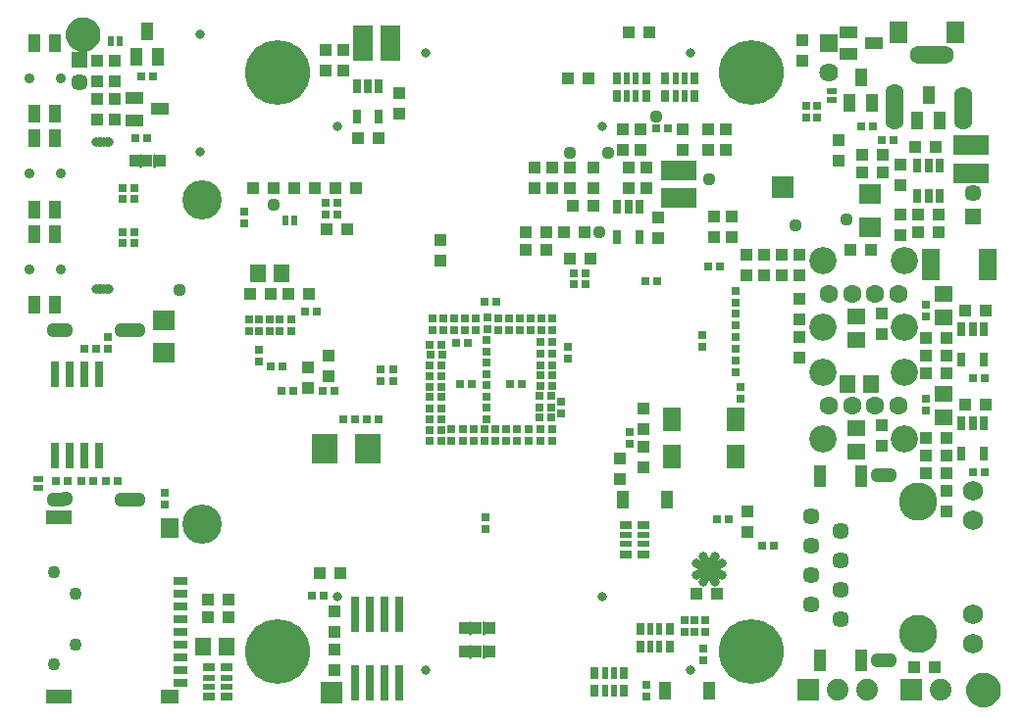
<source format=gbr>
G75*
G70*
%OFA0B0*%
%FSLAX24Y24*%
%IPPOS*%
%LPD*%
%AMOC8*
5,1,8,0,0,1.08239X$1,22.5*
%
%ADD10C,0.0631*%
%ADD11R,0.0740X0.0740*%
%ADD12R,0.0280X0.0270*%
%ADD13R,0.0270X0.0280*%
%ADD14R,0.0540X0.0640*%
%ADD15R,0.0440X0.0440*%
%ADD16R,0.0571X0.0571*%
%ADD17C,0.0571*%
%ADD18R,0.0440X0.0200*%
%ADD19R,0.0440X0.0300*%
%ADD20R,0.0257X0.0512*%
%ADD21R,0.0340X0.0240*%
%ADD22R,0.0670X0.1221*%
%ADD23R,0.0640X0.0640*%
%ADD24C,0.0640*%
%ADD25R,0.0434X0.0591*%
%ADD26C,0.0434*%
%ADD27R,0.0640X0.0540*%
%ADD28R,0.0749X0.0749*%
%ADD29R,0.1221X0.0670*%
%ADD30R,0.0740X0.0690*%
%ADD31R,0.0611X0.0749*%
%ADD32R,0.0611X0.1064*%
%ADD33C,0.1300*%
%ADD34C,0.0690*%
%ADD35C,0.0512*%
%ADD36R,0.0280X0.1190*%
%ADD37R,0.0749X0.0670*%
%ADD38R,0.0200X0.0440*%
%ADD39R,0.0300X0.0440*%
%ADD40C,0.0317*%
%ADD41C,0.0440*%
%ADD42R,0.0867X0.0985*%
%ADD43C,0.0355*%
%ADD44R,0.0440X0.0620*%
%ADD45C,0.0500*%
%ADD46R,0.0240X0.0340*%
%ADD47R,0.0591X0.0434*%
%ADD48R,0.0591X0.0512*%
%ADD49R,0.0591X0.0670*%
%ADD50R,0.0906X0.0512*%
%ADD51R,0.0472X0.0315*%
%ADD52C,0.0740*%
%ADD53R,0.0340X0.0440*%
%ADD54C,0.0100*%
%ADD55R,0.0591X0.0827*%
%ADD56C,0.0926*%
%ADD57C,0.0316*%
%ADD58R,0.0440X0.0740*%
%ADD59C,0.0808*%
%ADD60C,0.1339*%
%ADD61C,0.2205*%
%ADD62C,0.0396*%
%ADD63R,0.0276X0.0906*%
D10*
X033372Y019840D03*
X034160Y019840D03*
X034947Y019840D03*
X035735Y019840D03*
X035735Y023640D03*
X034947Y023640D03*
X034160Y023640D03*
X033372Y023640D03*
X035581Y029539D03*
X035581Y029657D03*
X035581Y029775D03*
X035581Y029893D03*
X035581Y030012D03*
X035581Y030130D03*
X035581Y030248D03*
X035581Y030366D03*
X035581Y030484D03*
X036428Y031764D03*
X036507Y031764D03*
X036625Y031764D03*
X036743Y031764D03*
X036861Y031764D03*
X036979Y031764D03*
X037097Y031764D03*
X037215Y031764D03*
X037294Y031764D03*
X037944Y030366D03*
X037944Y030248D03*
X037944Y030130D03*
X037944Y030012D03*
X037944Y029893D03*
X037944Y029775D03*
X037944Y029657D03*
X037944Y029539D03*
D11*
X036154Y010182D03*
X032654Y010182D03*
X016454Y010082D03*
D12*
X016204Y013382D03*
X015804Y013382D03*
X019784Y018632D03*
X019784Y019012D03*
X019784Y019372D03*
X019784Y019752D03*
X019784Y020132D03*
X019784Y020482D03*
X019784Y020832D03*
X019784Y021212D03*
X019844Y021562D03*
X019784Y021912D03*
X020184Y021912D03*
X020244Y021562D03*
X020184Y021212D03*
X020184Y020832D03*
X020184Y020482D03*
X020184Y020132D03*
X020184Y019752D03*
X020184Y019372D03*
X020184Y019012D03*
X020184Y018632D03*
X020834Y020582D03*
X021234Y020582D03*
X022514Y020582D03*
X022914Y020582D03*
X023564Y020522D03*
X023564Y020872D03*
X023564Y021222D03*
X023564Y021612D03*
X023564Y022012D03*
X023964Y022012D03*
X023964Y021612D03*
X023964Y021222D03*
X023964Y020872D03*
X023964Y020522D03*
X023924Y020172D03*
X023924Y019792D03*
X023924Y019442D03*
X023964Y019052D03*
X023564Y019052D03*
X023524Y019442D03*
X023524Y019792D03*
X023524Y020172D03*
X023564Y018632D03*
X023964Y018632D03*
X021104Y021982D03*
X020704Y021982D03*
X021674Y023392D03*
X022074Y023392D03*
X024704Y023982D03*
X024704Y024332D03*
X025104Y024332D03*
X025104Y023982D03*
X027129Y024082D03*
X027529Y024082D03*
X029279Y024582D03*
X029679Y024582D03*
X027904Y029282D03*
X027504Y029282D03*
X034454Y029332D03*
X034854Y029332D03*
X035154Y028882D03*
X035554Y028882D03*
X038254Y020782D03*
X038654Y020782D03*
X038654Y017582D03*
X038254Y017582D03*
X031504Y015082D03*
X031104Y015082D03*
X029954Y015982D03*
X029554Y015982D03*
X018054Y019382D03*
X017654Y019382D03*
X017254Y019382D03*
X016854Y019382D03*
X016554Y020332D03*
X016154Y020332D03*
X015174Y020332D03*
X014774Y020332D03*
X014804Y021182D03*
X014404Y021182D03*
X015554Y023032D03*
X015954Y023032D03*
X016254Y026332D03*
X016254Y026732D03*
X016654Y026732D03*
X016654Y026332D03*
X010204Y028932D03*
X009804Y028932D03*
X009754Y027232D03*
X009754Y026882D03*
X009354Y026882D03*
X009354Y027232D03*
X009354Y025732D03*
X009354Y025382D03*
X009754Y025382D03*
X009754Y025732D03*
X008454Y021782D03*
X008054Y021782D03*
X007954Y017282D03*
X008354Y017282D03*
X008804Y017282D03*
X009204Y017282D03*
X007504Y017282D03*
X007104Y017282D03*
X010004Y031032D03*
X010404Y031032D03*
D13*
X013504Y026432D03*
X013504Y026032D03*
X013654Y022782D03*
X014004Y022782D03*
X014354Y022782D03*
X014704Y022782D03*
X015104Y022782D03*
X015104Y022382D03*
X014704Y022382D03*
X014354Y022382D03*
X014004Y022382D03*
X013654Y022382D03*
X014004Y021732D03*
X014004Y021332D03*
X018131Y021078D03*
X018131Y020678D03*
X018564Y020678D03*
X018564Y021078D03*
X019894Y022412D03*
X020264Y022412D03*
X020634Y022412D03*
X021004Y022412D03*
X021374Y022412D03*
X021754Y022432D03*
X021724Y022072D03*
X021724Y021672D03*
X021724Y021312D03*
X021724Y020912D03*
X021724Y020552D03*
X021724Y020152D03*
X021724Y019792D03*
X021724Y019392D03*
X021659Y019032D03*
X021304Y019032D03*
X020924Y019032D03*
X020544Y019032D03*
X020544Y018632D03*
X020924Y018632D03*
X021304Y018632D03*
X021659Y018632D03*
X022014Y018632D03*
X022394Y018632D03*
X022774Y018632D03*
X023154Y018632D03*
X023154Y019032D03*
X022774Y019032D03*
X022394Y019032D03*
X022014Y019032D03*
X024279Y019582D03*
X024279Y019982D03*
X024504Y021457D03*
X024504Y021857D03*
X023974Y022412D03*
X023604Y022412D03*
X023234Y022412D03*
X022864Y022412D03*
X022494Y022412D03*
X022124Y022412D03*
X022124Y022812D03*
X021754Y022832D03*
X021374Y022812D03*
X021004Y022812D03*
X020634Y022812D03*
X020264Y022812D03*
X019894Y022812D03*
X022494Y022812D03*
X022864Y022812D03*
X023234Y022812D03*
X023604Y022812D03*
X023974Y022812D03*
X026604Y018932D03*
X026604Y018532D03*
X030354Y020082D03*
X030354Y020482D03*
X030204Y020982D03*
X030204Y021382D03*
X030204Y021782D03*
X030204Y022182D03*
X030204Y022582D03*
X030204Y022982D03*
X030204Y023357D03*
X030204Y023757D03*
X029054Y022232D03*
X029054Y021832D03*
X036654Y022882D03*
X036654Y023282D03*
X036654Y020082D03*
X036654Y019682D03*
X029154Y012532D03*
X028804Y012532D03*
X028454Y012532D03*
X028454Y012132D03*
X028804Y012132D03*
X029154Y012132D03*
X029104Y011582D03*
X029104Y011182D03*
X027154Y010332D03*
X027154Y009932D03*
X021704Y015632D03*
X021704Y016032D03*
X010804Y016482D03*
X010804Y016882D03*
X008854Y021782D03*
X008854Y022182D03*
X032604Y029632D03*
X032954Y029632D03*
X032954Y030032D03*
X032604Y030032D03*
D14*
X034004Y020582D03*
X034804Y020582D03*
X014754Y024332D03*
X013954Y024332D03*
X012904Y011632D03*
X012104Y011632D03*
D15*
X012254Y012632D03*
X012254Y013232D03*
X012954Y013232D03*
X012954Y012632D03*
X016054Y014132D03*
X016754Y014132D03*
X016554Y012832D03*
X016554Y012132D03*
X016554Y011532D03*
X016554Y010832D03*
X026254Y017357D03*
X026254Y018057D03*
X027079Y017732D03*
X027079Y018432D03*
X027079Y019032D03*
X027079Y019732D03*
X030604Y016232D03*
X030604Y015532D03*
X029554Y013432D03*
X028854Y013432D03*
X035154Y018482D03*
X035154Y019182D03*
X036654Y018732D03*
X036654Y018132D03*
X036654Y017532D03*
X037354Y017532D03*
X037354Y016932D03*
X037354Y016232D03*
X037354Y018132D03*
X037354Y018732D03*
X038004Y019882D03*
X038704Y019882D03*
X037354Y020932D03*
X037354Y021532D03*
X037354Y022132D03*
X036654Y022132D03*
X036654Y021532D03*
X036654Y020932D03*
X035154Y022282D03*
X035154Y022982D03*
X034804Y025132D03*
X034104Y025132D03*
X035804Y025632D03*
X036404Y025732D03*
X037104Y025732D03*
X037104Y026332D03*
X036404Y026332D03*
X035804Y026332D03*
X035804Y027332D03*
X035804Y028032D03*
X035204Y027782D03*
X035204Y028382D03*
X034504Y028382D03*
X034504Y027782D03*
X033704Y028182D03*
X033704Y028882D03*
X036304Y028632D03*
X037004Y028632D03*
X032454Y031582D03*
X032454Y032282D03*
X029854Y029232D03*
X029254Y029232D03*
X029254Y028532D03*
X029854Y028532D03*
X028404Y028532D03*
X028404Y029232D03*
X026954Y029232D03*
X026354Y029232D03*
X026354Y028532D03*
X026954Y028532D03*
X027154Y027932D03*
X026554Y027932D03*
X026554Y027232D03*
X027154Y027232D03*
X027554Y026232D03*
X027554Y025532D03*
X029454Y025582D03*
X030054Y025582D03*
X030554Y024982D03*
X031154Y024982D03*
X031754Y024982D03*
X032354Y024982D03*
X032354Y024282D03*
X031754Y024282D03*
X031154Y024282D03*
X030554Y024282D03*
X032354Y023482D03*
X032354Y022782D03*
X032354Y022182D03*
X032354Y021482D03*
X030054Y026282D03*
X029454Y026282D03*
X025354Y026632D03*
X025354Y027232D03*
X024554Y027232D03*
X024654Y026632D03*
X023954Y027232D03*
X023354Y027232D03*
X023354Y027932D03*
X023954Y027932D03*
X024554Y027932D03*
X025354Y027932D03*
X025054Y025732D03*
X024354Y025732D03*
X023754Y025732D03*
X023754Y025132D03*
X023054Y025132D03*
X023054Y025732D03*
X024554Y024832D03*
X025254Y024832D03*
X020154Y024782D03*
X020154Y025482D03*
X017304Y027232D03*
X016604Y027232D03*
X015904Y027232D03*
X015204Y027232D03*
X014504Y027232D03*
X013804Y027232D03*
X016304Y025832D03*
X017004Y025832D03*
X015704Y023632D03*
X015004Y023632D03*
X014404Y023632D03*
X013704Y023632D03*
X015654Y021132D03*
X015654Y020432D03*
X016354Y020832D03*
X016354Y021532D03*
X017354Y028932D03*
X018054Y028932D03*
X018754Y029782D03*
X018754Y030482D03*
X016854Y031232D03*
X016254Y031232D03*
X016254Y031932D03*
X016854Y031932D03*
X024504Y030982D03*
X025204Y030982D03*
X026554Y032532D03*
X027254Y032532D03*
X038004Y023082D03*
X038704Y023082D03*
X036954Y010932D03*
X036254Y010932D03*
X009104Y029582D03*
X008504Y029582D03*
X008504Y030282D03*
X008504Y030882D03*
X009104Y030882D03*
X009104Y030282D03*
X009104Y031582D03*
X008504Y031582D03*
D16*
X007904Y031625D03*
X038254Y026288D03*
D17*
X038254Y027075D03*
X032767Y016078D03*
X032767Y015078D03*
X033767Y015578D03*
X033767Y014578D03*
X032767Y014078D03*
X032767Y013078D03*
X033767Y013578D03*
X033767Y012578D03*
X007904Y030838D03*
D18*
X026454Y015432D03*
X026454Y015132D03*
X027054Y015132D03*
X027054Y015432D03*
X012904Y010582D03*
X012904Y010282D03*
X012304Y010282D03*
X012304Y010582D03*
D19*
X012304Y010932D03*
X012904Y010932D03*
X012904Y009932D03*
X012304Y009932D03*
X026454Y014782D03*
X027054Y014782D03*
X027054Y015782D03*
X026454Y015782D03*
D20*
X026180Y025570D03*
X026928Y025570D03*
X026928Y026594D03*
X026554Y026594D03*
X026180Y026594D03*
X018078Y029670D03*
X017330Y029670D03*
X017330Y030694D03*
X017704Y030694D03*
X018078Y030694D03*
X036380Y027994D03*
X036754Y027994D03*
X037128Y027994D03*
X037128Y026970D03*
X036754Y026970D03*
X036380Y026970D03*
X037880Y022444D03*
X038254Y022444D03*
X038628Y022444D03*
X038628Y021420D03*
X037880Y021420D03*
X037880Y019244D03*
X038254Y019244D03*
X038628Y019244D03*
X038628Y018220D03*
X037880Y018220D03*
D21*
X033454Y030232D03*
X033454Y030532D03*
X006504Y017332D03*
X006504Y017032D03*
D22*
X017532Y032182D03*
X018477Y032182D03*
D23*
X033354Y032182D03*
D24*
X033354Y031182D03*
D25*
X034454Y031015D03*
X034080Y030149D03*
X034828Y030149D03*
X036380Y029549D03*
X037128Y029549D03*
X036754Y030415D03*
X027852Y016632D03*
X026356Y016632D03*
X027806Y010132D03*
X029302Y010132D03*
X010578Y031699D03*
X009830Y031699D03*
X010204Y032565D03*
D26*
X008004Y032482D03*
X007025Y014181D03*
X007754Y013451D03*
X007754Y011719D03*
X007025Y011032D03*
X038604Y010182D03*
D27*
X034304Y018282D03*
X034304Y019082D03*
X037254Y019432D03*
X037254Y020232D03*
X037254Y022832D03*
X037254Y023632D03*
X034304Y022882D03*
X034304Y022082D03*
D28*
X031804Y027282D03*
D29*
X028254Y026909D03*
X028254Y027854D03*
X038204Y027759D03*
X038204Y028704D03*
D30*
X034754Y027057D03*
X034754Y025907D03*
D31*
X035742Y032532D03*
X037667Y032532D03*
D32*
X036842Y024632D03*
X038767Y024632D03*
D33*
X036404Y016582D03*
X036404Y012082D03*
D34*
X038274Y011729D03*
X038274Y012729D03*
X038274Y015934D03*
X038274Y016934D03*
D35*
X035420Y017481D03*
X035341Y017481D03*
X035263Y017481D03*
X035184Y017481D03*
X035105Y017481D03*
X035026Y017481D03*
X035026Y011182D03*
X035105Y011182D03*
X035184Y011182D03*
X035263Y011182D03*
X035341Y011182D03*
X035420Y011182D03*
X009891Y016658D03*
X009773Y016658D03*
X009714Y016658D03*
X009556Y016658D03*
X009438Y016658D03*
X009340Y016658D03*
X007430Y016667D03*
X007312Y016658D03*
X007155Y016658D03*
X007037Y016658D03*
X007037Y022406D03*
X007155Y022406D03*
X007312Y022406D03*
X007430Y022406D03*
X009340Y022406D03*
X009438Y022406D03*
X009556Y022406D03*
X009714Y022406D03*
X009773Y022406D03*
X009891Y022406D03*
D36*
X017254Y012755D03*
X017754Y012755D03*
X018254Y012755D03*
X018754Y012755D03*
X018754Y010408D03*
X018254Y010408D03*
X017754Y010408D03*
X017254Y010408D03*
D37*
X010754Y021630D03*
X010754Y022733D03*
D38*
X025754Y010732D03*
X026054Y010732D03*
X026054Y010132D03*
X025754Y010132D03*
X027304Y011632D03*
X027604Y011632D03*
X027604Y012232D03*
X027304Y012232D03*
X026804Y030382D03*
X026504Y030382D03*
X026504Y030982D03*
X026804Y030982D03*
X028154Y030982D03*
X028454Y030982D03*
X028454Y030382D03*
X028154Y030382D03*
D39*
X027804Y030382D03*
X027804Y030982D03*
X027154Y030982D03*
X027154Y030382D03*
X026154Y030382D03*
X026154Y030982D03*
X028804Y030982D03*
X028804Y030382D03*
X027954Y012232D03*
X027954Y011632D03*
X026954Y011632D03*
X026954Y012232D03*
X026404Y010732D03*
X026404Y010132D03*
X025404Y010132D03*
X025404Y010732D03*
D40*
X029107Y013849D03*
X028871Y014085D03*
X028871Y014479D03*
X029107Y014715D03*
X029501Y014715D03*
X029737Y014479D03*
X029737Y014085D03*
X029501Y013849D03*
X008912Y023795D03*
X008833Y023795D03*
X008744Y023795D03*
X008646Y023795D03*
X008557Y023795D03*
X008479Y023795D03*
X008479Y028811D03*
X008557Y028811D03*
X008646Y028811D03*
X008744Y028811D03*
X008833Y028811D03*
X008912Y028811D03*
D41*
X011304Y023782D03*
X014504Y026682D03*
X024554Y028432D03*
X025854Y028432D03*
X027504Y029682D03*
X029304Y027532D03*
X032224Y025982D03*
X033954Y026182D03*
X025554Y025732D03*
D42*
X017683Y018382D03*
X016226Y018382D03*
D43*
X007254Y024482D03*
X006204Y024482D03*
X006204Y027732D03*
X007254Y027732D03*
X007254Y030982D03*
X006204Y030982D03*
D44*
X006354Y032192D03*
X007054Y032192D03*
X007054Y029772D03*
X006354Y029772D03*
X006354Y028942D03*
X007054Y028942D03*
X007054Y026522D03*
X006354Y026522D03*
X006354Y025692D03*
X007054Y025692D03*
X007054Y023272D03*
X006354Y023272D03*
D45*
X007669Y032482D02*
X007671Y032519D01*
X007677Y032555D01*
X007687Y032591D01*
X007701Y032625D01*
X007719Y032657D01*
X007740Y032688D01*
X007764Y032716D01*
X007791Y032741D01*
X007821Y032762D01*
X007853Y032781D01*
X007887Y032796D01*
X007922Y032807D01*
X007958Y032814D01*
X007995Y032817D01*
X008032Y032816D01*
X008068Y032811D01*
X008104Y032802D01*
X008139Y032789D01*
X008171Y032772D01*
X008202Y032752D01*
X008231Y032728D01*
X008257Y032702D01*
X008279Y032673D01*
X008299Y032641D01*
X008314Y032608D01*
X008326Y032573D01*
X008334Y032537D01*
X008338Y032500D01*
X008338Y032464D01*
X008334Y032427D01*
X008326Y032391D01*
X008314Y032356D01*
X008299Y032323D01*
X008279Y032291D01*
X008257Y032262D01*
X008231Y032236D01*
X008202Y032212D01*
X008172Y032192D01*
X008139Y032175D01*
X008104Y032162D01*
X008068Y032153D01*
X008032Y032148D01*
X007995Y032147D01*
X007958Y032150D01*
X007922Y032157D01*
X007887Y032168D01*
X007853Y032183D01*
X007821Y032202D01*
X007791Y032223D01*
X007764Y032248D01*
X007740Y032276D01*
X007719Y032307D01*
X007701Y032339D01*
X007687Y032373D01*
X007677Y032409D01*
X007671Y032445D01*
X007669Y032482D01*
X038269Y010182D02*
X038271Y010219D01*
X038277Y010255D01*
X038287Y010291D01*
X038301Y010325D01*
X038319Y010357D01*
X038340Y010388D01*
X038364Y010416D01*
X038391Y010441D01*
X038421Y010462D01*
X038453Y010481D01*
X038487Y010496D01*
X038522Y010507D01*
X038558Y010514D01*
X038595Y010517D01*
X038632Y010516D01*
X038668Y010511D01*
X038704Y010502D01*
X038739Y010489D01*
X038771Y010472D01*
X038802Y010452D01*
X038831Y010428D01*
X038857Y010402D01*
X038879Y010373D01*
X038899Y010341D01*
X038914Y010308D01*
X038926Y010273D01*
X038934Y010237D01*
X038938Y010200D01*
X038938Y010164D01*
X038934Y010127D01*
X038926Y010091D01*
X038914Y010056D01*
X038899Y010023D01*
X038879Y009991D01*
X038857Y009962D01*
X038831Y009936D01*
X038802Y009912D01*
X038772Y009892D01*
X038739Y009875D01*
X038704Y009862D01*
X038668Y009853D01*
X038632Y009848D01*
X038595Y009847D01*
X038558Y009850D01*
X038522Y009857D01*
X038487Y009868D01*
X038453Y009883D01*
X038421Y009902D01*
X038391Y009923D01*
X038364Y009948D01*
X038340Y009976D01*
X038319Y010007D01*
X038301Y010039D01*
X038287Y010073D01*
X038277Y010109D01*
X038271Y010145D01*
X038269Y010182D01*
D46*
X015204Y026132D03*
X014904Y026132D03*
X009254Y032232D03*
X008954Y032232D03*
D47*
X009771Y030306D03*
X009771Y029558D03*
X010637Y029932D03*
X034021Y031808D03*
X034021Y032556D03*
X034887Y032182D03*
D48*
X010962Y009929D03*
D49*
X010962Y015678D03*
D50*
X007182Y009929D03*
X007182Y016032D03*
D51*
X011316Y013866D03*
X011316Y013433D03*
X011316Y013000D03*
X011316Y012567D03*
X011316Y012134D03*
X011316Y011701D03*
X011316Y011268D03*
X011316Y010835D03*
X011316Y010402D03*
D52*
X033654Y010182D03*
X034654Y010182D03*
X037154Y010182D03*
D53*
X021854Y011482D03*
X021404Y011482D03*
X020954Y011482D03*
X020954Y012282D03*
X021404Y012282D03*
X021854Y012282D03*
X010654Y028182D03*
X010204Y028182D03*
X009754Y028182D03*
D54*
X009979Y027990D02*
X009979Y028373D01*
X010429Y028373D02*
X010429Y027990D01*
X021179Y012473D02*
X021179Y012090D01*
X021179Y011673D02*
X021179Y011290D01*
X021629Y011290D02*
X021629Y011673D01*
X021629Y012090D02*
X021629Y012473D01*
D55*
X028022Y018102D03*
X028022Y019362D03*
X030187Y019362D03*
X030187Y018102D03*
D56*
X033176Y018718D03*
X033176Y020962D03*
X033176Y022518D03*
X033176Y024762D03*
X035931Y024762D03*
X035931Y022518D03*
X035931Y020962D03*
X035931Y018718D03*
D57*
X028654Y010832D03*
X025654Y013332D03*
X019654Y010832D03*
X016654Y013332D03*
X012004Y028482D03*
X012004Y032482D03*
X016654Y029332D03*
X019654Y031832D03*
X025654Y029332D03*
X028654Y031832D03*
D58*
X033054Y017432D03*
X034454Y017432D03*
X034454Y011182D03*
X033054Y011182D03*
D59*
X029304Y014282D03*
D60*
X012052Y015806D03*
X012052Y026830D03*
D61*
X014639Y031160D03*
X030725Y031160D03*
X030725Y011475D03*
X014639Y011475D03*
D62*
X015248Y010866D03*
X015524Y011475D03*
X015248Y012084D03*
X014639Y012361D03*
X014030Y012084D03*
X013753Y011475D03*
X014030Y010866D03*
X014639Y010590D03*
X029839Y011475D03*
X030116Y010866D03*
X030725Y010590D03*
X031334Y010866D03*
X031611Y011475D03*
X031334Y012084D03*
X030725Y012361D03*
X030116Y012084D03*
X030725Y030275D03*
X030116Y030551D03*
X029839Y031160D03*
X030116Y031769D03*
X030725Y032046D03*
X031334Y031769D03*
X031611Y031160D03*
X031334Y030551D03*
X015524Y031160D03*
X015248Y031769D03*
X014639Y032046D03*
X014030Y031769D03*
X013753Y031160D03*
X014030Y030551D03*
X014639Y030275D03*
X015248Y030551D03*
D63*
X008554Y020910D03*
X008054Y020910D03*
X007554Y020910D03*
X007054Y020910D03*
X007054Y018154D03*
X007554Y018154D03*
X008054Y018154D03*
X008554Y018154D03*
M02*

</source>
